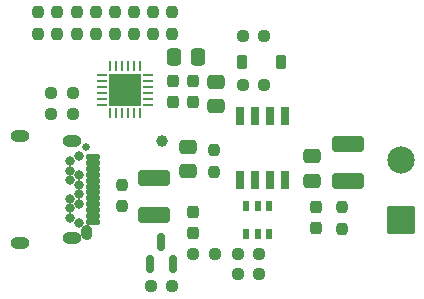
<source format=gbr>
%TF.GenerationSoftware,KiCad,Pcbnew,9.0.6*%
%TF.CreationDate,2026-01-22T02:23:31+05:30*%
%TF.ProjectId,USB-PD-Trigger-Board,5553422d-5044-42d5-9472-69676765722d,rev?*%
%TF.SameCoordinates,Original*%
%TF.FileFunction,Soldermask,Top*%
%TF.FilePolarity,Negative*%
%FSLAX45Y45*%
G04 Gerber Fmt 4.5, Leading zero omitted, Abs format (unit mm)*
G04 Created by KiCad (PCBNEW 9.0.6) date 2026-01-22 02:23:31*
%MOMM*%
%LPD*%
G01*
G04 APERTURE LIST*
G04 Aperture macros list*
%AMRoundRect*
0 Rectangle with rounded corners*
0 $1 Rounding radius*
0 $2 $3 $4 $5 $6 $7 $8 $9 X,Y pos of 4 corners*
0 Add a 4 corners polygon primitive as box body*
4,1,4,$2,$3,$4,$5,$6,$7,$8,$9,$2,$3,0*
0 Add four circle primitives for the rounded corners*
1,1,$1+$1,$2,$3*
1,1,$1+$1,$4,$5*
1,1,$1+$1,$6,$7*
1,1,$1+$1,$8,$9*
0 Add four rect primitives between the rounded corners*
20,1,$1+$1,$2,$3,$4,$5,0*
20,1,$1+$1,$4,$5,$6,$7,0*
20,1,$1+$1,$6,$7,$8,$9,0*
20,1,$1+$1,$8,$9,$2,$3,0*%
G04 Aperture macros list end*
%ADD10C,0.010000*%
%ADD11RoundRect,0.237500X0.250000X0.237500X-0.250000X0.237500X-0.250000X-0.237500X0.250000X-0.237500X0*%
%ADD12R,0.700000X1.525000*%
%ADD13RoundRect,0.237500X-0.237500X0.250000X-0.237500X-0.250000X0.237500X-0.250000X0.237500X0.250000X0*%
%ADD14RoundRect,0.237500X0.237500X-0.287500X0.237500X0.287500X-0.237500X0.287500X-0.237500X-0.287500X0*%
%ADD15RoundRect,0.237500X0.237500X-0.250000X0.237500X0.250000X-0.237500X0.250000X-0.237500X-0.250000X0*%
%ADD16RoundRect,0.250000X1.100000X-0.412500X1.100000X0.412500X-1.100000X0.412500X-1.100000X-0.412500X0*%
%ADD17RoundRect,0.102000X1.050000X-1.050000X1.050000X1.050000X-1.050000X1.050000X-1.050000X-1.050000X0*%
%ADD18C,2.304000*%
%ADD19RoundRect,0.237500X-0.237500X0.300000X-0.237500X-0.300000X0.237500X-0.300000X0.237500X0.300000X0*%
%ADD20RoundRect,0.225000X0.225000X0.375000X-0.225000X0.375000X-0.225000X-0.375000X0.225000X-0.375000X0*%
%ADD21C,0.650000*%
%ADD22O,0.650000X0.950000*%
%ADD23RoundRect,0.102000X-0.450000X0.150000X-0.450000X-0.150000X0.450000X-0.150000X0.450000X0.150000X0*%
%ADD24C,0.804000*%
%ADD25O,1.604000X1.004000*%
%ADD26RoundRect,0.250000X0.475000X-0.337500X0.475000X0.337500X-0.475000X0.337500X-0.475000X-0.337500X0*%
%ADD27R,0.550000X0.900000*%
%ADD28RoundRect,0.150000X0.150000X-0.587500X0.150000X0.587500X-0.150000X0.587500X-0.150000X-0.587500X0*%
%ADD29RoundRect,0.237500X-0.250000X-0.237500X0.250000X-0.237500X0.250000X0.237500X-0.250000X0.237500X0*%
%ADD30RoundRect,0.250000X-0.337500X-0.475000X0.337500X-0.475000X0.337500X0.475000X-0.337500X0.475000X0*%
%ADD31C,1.000000*%
%ADD32RoundRect,0.250000X-0.475000X0.337500X-0.475000X-0.337500X0.475000X-0.337500X0.475000X0.337500X0*%
%ADD33RoundRect,0.250000X-1.100000X0.412500X-1.100000X-0.412500X1.100000X-0.412500X1.100000X0.412500X0*%
%ADD34RoundRect,0.062500X-0.062500X0.337500X-0.062500X-0.337500X0.062500X-0.337500X0.062500X0.337500X0*%
%ADD35RoundRect,0.062500X-0.337500X0.062500X-0.337500X-0.062500X0.337500X-0.062500X0.337500X0.062500X0*%
%ADD36R,2.750000X2.750000*%
G04 APERTURE END LIST*
D10*
%TO.C,J1*%
X11576450Y-11783600D02*
X11578650Y-11783700D01*
X11580850Y-11784000D01*
X11583050Y-11784400D01*
X11585250Y-11784900D01*
X11587350Y-11785600D01*
X11589450Y-11786300D01*
X11591550Y-11787200D01*
X11593550Y-11788100D01*
X11595550Y-11789200D01*
X11597350Y-11790400D01*
X11599250Y-11791600D01*
X11600950Y-11793000D01*
X11602650Y-11794400D01*
X11604350Y-11795900D01*
X11605850Y-11797600D01*
X11607250Y-11799300D01*
X11608650Y-11801000D01*
X11609850Y-11802900D01*
X11611050Y-11804700D01*
X11612150Y-11806700D01*
X11613050Y-11808700D01*
X11613950Y-11810800D01*
X11614650Y-11812900D01*
X11615350Y-11815000D01*
X11615850Y-11817200D01*
X11616250Y-11819400D01*
X11616550Y-11821600D01*
X11616650Y-11823800D01*
X11616750Y-11826000D01*
X11616750Y-11856000D01*
X11616650Y-11858200D01*
X11616550Y-11860400D01*
X11616250Y-11862600D01*
X11615850Y-11864800D01*
X11615350Y-11867000D01*
X11614650Y-11869100D01*
X11613950Y-11871200D01*
X11613050Y-11873300D01*
X11612150Y-11875300D01*
X11611050Y-11877200D01*
X11609850Y-11879100D01*
X11608650Y-11881000D01*
X11607250Y-11882700D01*
X11605850Y-11884400D01*
X11604350Y-11886100D01*
X11602650Y-11887600D01*
X11600950Y-11889000D01*
X11599250Y-11890400D01*
X11597350Y-11891600D01*
X11595550Y-11892800D01*
X11593550Y-11893900D01*
X11591550Y-11894800D01*
X11589450Y-11895700D01*
X11587350Y-11896400D01*
X11585250Y-11897100D01*
X11583050Y-11897600D01*
X11580850Y-11898000D01*
X11578650Y-11898300D01*
X11576450Y-11898400D01*
X11574250Y-11898500D01*
X11572050Y-11898400D01*
X11569850Y-11898300D01*
X11567650Y-11898000D01*
X11565450Y-11897600D01*
X11563250Y-11897100D01*
X11561150Y-11896400D01*
X11559050Y-11895700D01*
X11556950Y-11894800D01*
X11554950Y-11893900D01*
X11553050Y-11892800D01*
X11551150Y-11891600D01*
X11549250Y-11890400D01*
X11547550Y-11889000D01*
X11545850Y-11887600D01*
X11544150Y-11886100D01*
X11542650Y-11884400D01*
X11541250Y-11882700D01*
X11539850Y-11881000D01*
X11538650Y-11879100D01*
X11537450Y-11877200D01*
X11536350Y-11875300D01*
X11535450Y-11873300D01*
X11534550Y-11871200D01*
X11533850Y-11869100D01*
X11533150Y-11867000D01*
X11532650Y-11864800D01*
X11532250Y-11862600D01*
X11531950Y-11860400D01*
X11531850Y-11858200D01*
X11531750Y-11856000D01*
X11531750Y-11826000D01*
X11531850Y-11823800D01*
X11531950Y-11821600D01*
X11532250Y-11819400D01*
X11532650Y-11817200D01*
X11533150Y-11815000D01*
X11533850Y-11812900D01*
X11534550Y-11810800D01*
X11535450Y-11808700D01*
X11536350Y-11806700D01*
X11537450Y-11804700D01*
X11538650Y-11802900D01*
X11539850Y-11801000D01*
X11541250Y-11799300D01*
X11542650Y-11797600D01*
X11544150Y-11795900D01*
X11545850Y-11794400D01*
X11547550Y-11793000D01*
X11549250Y-11791600D01*
X11551150Y-11790400D01*
X11553050Y-11789200D01*
X11554950Y-11788100D01*
X11556950Y-11787200D01*
X11559050Y-11786300D01*
X11561150Y-11785600D01*
X11563250Y-11784900D01*
X11565450Y-11784400D01*
X11567650Y-11784000D01*
X11569850Y-11783700D01*
X11572050Y-11783600D01*
X11574250Y-11783500D01*
X11576450Y-11783600D01*
G36*
X11576450Y-11783600D02*
G01*
X11578650Y-11783700D01*
X11580850Y-11784000D01*
X11583050Y-11784400D01*
X11585250Y-11784900D01*
X11587350Y-11785600D01*
X11589450Y-11786300D01*
X11591550Y-11787200D01*
X11593550Y-11788100D01*
X11595550Y-11789200D01*
X11597350Y-11790400D01*
X11599250Y-11791600D01*
X11600950Y-11793000D01*
X11602650Y-11794400D01*
X11604350Y-11795900D01*
X11605850Y-11797600D01*
X11607250Y-11799300D01*
X11608650Y-11801000D01*
X11609850Y-11802900D01*
X11611050Y-11804700D01*
X11612150Y-11806700D01*
X11613050Y-11808700D01*
X11613950Y-11810800D01*
X11614650Y-11812900D01*
X11615350Y-11815000D01*
X11615850Y-11817200D01*
X11616250Y-11819400D01*
X11616550Y-11821600D01*
X11616650Y-11823800D01*
X11616750Y-11826000D01*
X11616750Y-11856000D01*
X11616650Y-11858200D01*
X11616550Y-11860400D01*
X11616250Y-11862600D01*
X11615850Y-11864800D01*
X11615350Y-11867000D01*
X11614650Y-11869100D01*
X11613950Y-11871200D01*
X11613050Y-11873300D01*
X11612150Y-11875300D01*
X11611050Y-11877200D01*
X11609850Y-11879100D01*
X11608650Y-11881000D01*
X11607250Y-11882700D01*
X11605850Y-11884400D01*
X11604350Y-11886100D01*
X11602650Y-11887600D01*
X11600950Y-11889000D01*
X11599250Y-11890400D01*
X11597350Y-11891600D01*
X11595550Y-11892800D01*
X11593550Y-11893900D01*
X11591550Y-11894800D01*
X11589450Y-11895700D01*
X11587350Y-11896400D01*
X11585250Y-11897100D01*
X11583050Y-11897600D01*
X11580850Y-11898000D01*
X11578650Y-11898300D01*
X11576450Y-11898400D01*
X11574250Y-11898500D01*
X11572050Y-11898400D01*
X11569850Y-11898300D01*
X11567650Y-11898000D01*
X11565450Y-11897600D01*
X11563250Y-11897100D01*
X11561150Y-11896400D01*
X11559050Y-11895700D01*
X11556950Y-11894800D01*
X11554950Y-11893900D01*
X11553050Y-11892800D01*
X11551150Y-11891600D01*
X11549250Y-11890400D01*
X11547550Y-11889000D01*
X11545850Y-11887600D01*
X11544150Y-11886100D01*
X11542650Y-11884400D01*
X11541250Y-11882700D01*
X11539850Y-11881000D01*
X11538650Y-11879100D01*
X11537450Y-11877200D01*
X11536350Y-11875300D01*
X11535450Y-11873300D01*
X11534550Y-11871200D01*
X11533850Y-11869100D01*
X11533150Y-11867000D01*
X11532650Y-11864800D01*
X11532250Y-11862600D01*
X11531950Y-11860400D01*
X11531850Y-11858200D01*
X11531750Y-11856000D01*
X11531750Y-11826000D01*
X11531850Y-11823800D01*
X11531950Y-11821600D01*
X11532250Y-11819400D01*
X11532650Y-11817200D01*
X11533150Y-11815000D01*
X11533850Y-11812900D01*
X11534550Y-11810800D01*
X11535450Y-11808700D01*
X11536350Y-11806700D01*
X11537450Y-11804700D01*
X11538650Y-11802900D01*
X11539850Y-11801000D01*
X11541250Y-11799300D01*
X11542650Y-11797600D01*
X11544150Y-11795900D01*
X11545850Y-11794400D01*
X11547550Y-11793000D01*
X11549250Y-11791600D01*
X11551150Y-11790400D01*
X11553050Y-11789200D01*
X11554950Y-11788100D01*
X11556950Y-11787200D01*
X11559050Y-11786300D01*
X11561150Y-11785600D01*
X11563250Y-11784900D01*
X11565450Y-11784400D01*
X11567650Y-11784000D01*
X11569850Y-11783700D01*
X11572050Y-11783600D01*
X11574250Y-11783500D01*
X11576450Y-11783600D01*
G37*
%TD*%
D11*
%TO.C,R15*%
X13041250Y-12200000D03*
X12858750Y-12200000D03*
%TD*%
D12*
%TO.C,Q1*%
X13260500Y-10858800D03*
X13133500Y-10858800D03*
X13006500Y-10858800D03*
X12879500Y-10858800D03*
X12879500Y-11401200D03*
X13006500Y-11401200D03*
X13133500Y-11401200D03*
X13260500Y-11401200D03*
%TD*%
D11*
%TO.C,R3*%
X11461250Y-10660000D03*
X11278750Y-10660000D03*
%TD*%
D13*
%TO.C,R6*%
X11500000Y-9980000D03*
X11500000Y-10162500D03*
%TD*%
D14*
%TO.C,D3*%
X13520000Y-11807500D03*
X13520000Y-11632500D03*
%TD*%
D15*
%TO.C,R19*%
X13740000Y-11811250D03*
X13740000Y-11628750D03*
%TD*%
D16*
%TO.C,C8*%
X13790000Y-11406250D03*
X13790000Y-11093750D03*
%TD*%
D13*
%TO.C,R2*%
X11880000Y-11438750D03*
X11880000Y-11621250D03*
%TD*%
D15*
%TO.C,R14*%
X12300000Y-10162500D03*
X12300000Y-9980000D03*
%TD*%
D17*
%TO.C,J2*%
X14236900Y-11735000D03*
D18*
X14236900Y-11227000D03*
%TD*%
D15*
%TO.C,R12*%
X11980000Y-10162500D03*
X11980000Y-9980000D03*
%TD*%
D19*
%TO.C,C4*%
X12310000Y-10565000D03*
X12310000Y-10737500D03*
%TD*%
D20*
%TO.C,D1*%
X13225000Y-10400000D03*
X12895000Y-10400000D03*
%TD*%
D21*
%TO.C,J1*%
X11574250Y-11121000D03*
D22*
X11574250Y-11841000D03*
D23*
X11630250Y-11206000D03*
X11630250Y-11256000D03*
X11630250Y-11306000D03*
X11630250Y-11356000D03*
X11630250Y-11406000D03*
X11630250Y-11456000D03*
X11630250Y-11506000D03*
X11630250Y-11556000D03*
X11630250Y-11606000D03*
X11630250Y-11656000D03*
X11630250Y-11706000D03*
X11630250Y-11756000D03*
D24*
X11509250Y-11761000D03*
X11439250Y-11721000D03*
X11439250Y-11641000D03*
X11509250Y-11601000D03*
X11439250Y-11561000D03*
X11509250Y-11521000D03*
X11509250Y-11441000D03*
X11439250Y-11401000D03*
X11509250Y-11361000D03*
X11439250Y-11321000D03*
X11439250Y-11241000D03*
X11509250Y-11201000D03*
D25*
X11450250Y-11068000D03*
X11450250Y-11894000D03*
X11010250Y-11032000D03*
X11010250Y-11930000D03*
%TD*%
D26*
%TO.C,C6*%
X13490000Y-11407500D03*
X13490000Y-11200000D03*
%TD*%
D27*
%TO.C,Q3*%
X12930000Y-11860000D03*
X13025000Y-11860000D03*
X13120000Y-11860000D03*
X13120000Y-11620000D03*
X13025000Y-11620000D03*
X12930000Y-11620000D03*
%TD*%
D15*
%TO.C,R4*%
X12660000Y-11331250D03*
X12660000Y-11148750D03*
%TD*%
D28*
%TO.C,Q2*%
X12115000Y-12113750D03*
X12305000Y-12113750D03*
X12210000Y-11926250D03*
%TD*%
D19*
%TO.C,C5*%
X12480000Y-10565000D03*
X12480000Y-10737500D03*
%TD*%
D13*
%TO.C,R5*%
X11660000Y-9980000D03*
X11660000Y-10162500D03*
%TD*%
D29*
%TO.C,R18*%
X12858750Y-12030000D03*
X13041250Y-12030000D03*
%TD*%
D11*
%TO.C,R10*%
X13081250Y-10600000D03*
X12898750Y-10600000D03*
%TD*%
D30*
%TO.C,C3*%
X12316250Y-10361250D03*
X12523750Y-10361250D03*
%TD*%
D13*
%TO.C,R8*%
X11170000Y-9980000D03*
X11170000Y-10162500D03*
%TD*%
D29*
%TO.C,R16*%
X12118750Y-12300000D03*
X12301250Y-12300000D03*
%TD*%
D11*
%TO.C,R9*%
X13081250Y-10180000D03*
X12898750Y-10180000D03*
%TD*%
D31*
%TO.C,TP1*%
X12220000Y-11070000D03*
%TD*%
D26*
%TO.C,C2*%
X12440000Y-11327500D03*
X12440000Y-11120000D03*
%TD*%
D15*
%TO.C,R13*%
X12140000Y-10162500D03*
X12140000Y-9980000D03*
%TD*%
D32*
%TO.C,C7*%
X12670000Y-10567500D03*
X12670000Y-10775000D03*
%TD*%
D33*
%TO.C,C1*%
X12150000Y-11383750D03*
X12150000Y-11696250D03*
%TD*%
D11*
%TO.C,R17*%
X12661250Y-12030000D03*
X12478750Y-12030000D03*
%TD*%
D13*
%TO.C,R7*%
X11330000Y-9980000D03*
X11330000Y-10162500D03*
%TD*%
D29*
%TO.C,R1*%
X11278750Y-10840000D03*
X11461250Y-10840000D03*
%TD*%
D15*
%TO.C,R11*%
X11820000Y-10162500D03*
X11820000Y-9980000D03*
%TD*%
D34*
%TO.C,U1*%
X12027500Y-10438750D03*
X11977500Y-10438750D03*
X11927500Y-10438750D03*
X11877500Y-10438750D03*
X11827500Y-10438750D03*
X11777500Y-10438750D03*
D35*
X11705000Y-10511250D03*
X11705000Y-10561250D03*
X11705000Y-10611250D03*
X11705000Y-10661250D03*
X11705000Y-10711250D03*
X11705000Y-10761250D03*
D34*
X11777500Y-10833750D03*
X11827500Y-10833750D03*
X11877500Y-10833750D03*
X11927500Y-10833750D03*
X11977500Y-10833750D03*
X12027500Y-10833750D03*
D35*
X12100000Y-10761250D03*
X12100000Y-10711250D03*
X12100000Y-10661250D03*
X12100000Y-10611250D03*
X12100000Y-10561250D03*
X12100000Y-10511250D03*
D36*
X11902500Y-10636250D03*
%TD*%
D14*
%TO.C,D2*%
X12480000Y-11847500D03*
X12480000Y-11672500D03*
%TD*%
M02*

</source>
